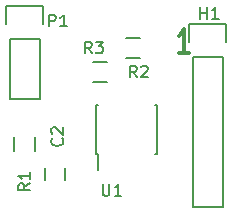
<source format=gto>
G04 #@! TF.FileFunction,Legend,Top*
%FSLAX46Y46*%
G04 Gerber Fmt 4.6, Leading zero omitted, Abs format (unit mm)*
G04 Created by KiCad (PCBNEW 4.0.1-stable) date 2/14/2016 2:05:54 PM*
%MOMM*%
G01*
G04 APERTURE LIST*
%ADD10C,0.150000*%
%ADD11C,0.304800*%
G04 APERTURE END LIST*
D10*
D11*
X56569429Y-38003238D02*
X55698572Y-38003238D01*
X56134000Y-38003238D02*
X56134000Y-35971238D01*
X55988857Y-36261524D01*
X55843715Y-36455048D01*
X55698572Y-36551810D01*
D10*
X41797000Y-46320000D02*
X41797000Y-45120000D01*
X43547000Y-45120000D02*
X43547000Y-46320000D01*
X49622000Y-40499000D02*
X48422000Y-40499000D01*
X48422000Y-38749000D02*
X49622000Y-38749000D01*
X52416000Y-38467000D02*
X51216000Y-38467000D01*
X51216000Y-36717000D02*
X52416000Y-36717000D01*
X48733000Y-46525000D02*
X48878000Y-46525000D01*
X48733000Y-42375000D02*
X48878000Y-42375000D01*
X53883000Y-42375000D02*
X53738000Y-42375000D01*
X53883000Y-46525000D02*
X53738000Y-46525000D01*
X48733000Y-46525000D02*
X48733000Y-42375000D01*
X53883000Y-46525000D02*
X53883000Y-42375000D01*
X48878000Y-46525000D02*
X48878000Y-47925000D01*
X46062000Y-48760000D02*
X46062000Y-47760000D01*
X44362000Y-47760000D02*
X44362000Y-48760000D01*
X59436000Y-38354000D02*
X59436000Y-51054000D01*
X59436000Y-51054000D02*
X56896000Y-51054000D01*
X56896000Y-51054000D02*
X56896000Y-38354000D01*
X59716000Y-35534000D02*
X59716000Y-37084000D01*
X59436000Y-38354000D02*
X56896000Y-38354000D01*
X56616000Y-37084000D02*
X56616000Y-35534000D01*
X56616000Y-35534000D02*
X59716000Y-35534000D01*
X41402000Y-36830000D02*
X41402000Y-41910000D01*
X41402000Y-41910000D02*
X43942000Y-41910000D01*
X43942000Y-41910000D02*
X43942000Y-36830000D01*
X44222000Y-34010000D02*
X44222000Y-35560000D01*
X43942000Y-36830000D02*
X41402000Y-36830000D01*
X41122000Y-35560000D02*
X41122000Y-34010000D01*
X41122000Y-34010000D02*
X44222000Y-34010000D01*
X43124381Y-49061666D02*
X42648190Y-49395000D01*
X43124381Y-49633095D02*
X42124381Y-49633095D01*
X42124381Y-49252142D01*
X42172000Y-49156904D01*
X42219619Y-49109285D01*
X42314857Y-49061666D01*
X42457714Y-49061666D01*
X42552952Y-49109285D01*
X42600571Y-49156904D01*
X42648190Y-49252142D01*
X42648190Y-49633095D01*
X43124381Y-48109285D02*
X43124381Y-48680714D01*
X43124381Y-48395000D02*
X42124381Y-48395000D01*
X42267238Y-48490238D01*
X42362476Y-48585476D01*
X42410095Y-48680714D01*
X52157334Y-40076381D02*
X51824000Y-39600190D01*
X51585905Y-40076381D02*
X51585905Y-39076381D01*
X51966858Y-39076381D01*
X52062096Y-39124000D01*
X52109715Y-39171619D01*
X52157334Y-39266857D01*
X52157334Y-39409714D01*
X52109715Y-39504952D01*
X52062096Y-39552571D01*
X51966858Y-39600190D01*
X51585905Y-39600190D01*
X52538286Y-39171619D02*
X52585905Y-39124000D01*
X52681143Y-39076381D01*
X52919239Y-39076381D01*
X53014477Y-39124000D01*
X53062096Y-39171619D01*
X53109715Y-39266857D01*
X53109715Y-39362095D01*
X53062096Y-39504952D01*
X52490667Y-40076381D01*
X53109715Y-40076381D01*
X48347334Y-38044381D02*
X48014000Y-37568190D01*
X47775905Y-38044381D02*
X47775905Y-37044381D01*
X48156858Y-37044381D01*
X48252096Y-37092000D01*
X48299715Y-37139619D01*
X48347334Y-37234857D01*
X48347334Y-37377714D01*
X48299715Y-37472952D01*
X48252096Y-37520571D01*
X48156858Y-37568190D01*
X47775905Y-37568190D01*
X48680667Y-37044381D02*
X49299715Y-37044381D01*
X48966381Y-37425333D01*
X49109239Y-37425333D01*
X49204477Y-37472952D01*
X49252096Y-37520571D01*
X49299715Y-37615810D01*
X49299715Y-37853905D01*
X49252096Y-37949143D01*
X49204477Y-37996762D01*
X49109239Y-38044381D01*
X48823524Y-38044381D01*
X48728286Y-37996762D01*
X48680667Y-37949143D01*
X49276095Y-49109381D02*
X49276095Y-49918905D01*
X49323714Y-50014143D01*
X49371333Y-50061762D01*
X49466571Y-50109381D01*
X49657048Y-50109381D01*
X49752286Y-50061762D01*
X49799905Y-50014143D01*
X49847524Y-49918905D01*
X49847524Y-49109381D01*
X50847524Y-50109381D02*
X50276095Y-50109381D01*
X50561809Y-50109381D02*
X50561809Y-49109381D01*
X50466571Y-49252238D01*
X50371333Y-49347476D01*
X50276095Y-49395095D01*
X45823143Y-45251666D02*
X45870762Y-45299285D01*
X45918381Y-45442142D01*
X45918381Y-45537380D01*
X45870762Y-45680238D01*
X45775524Y-45775476D01*
X45680286Y-45823095D01*
X45489810Y-45870714D01*
X45346952Y-45870714D01*
X45156476Y-45823095D01*
X45061238Y-45775476D01*
X44966000Y-45680238D01*
X44918381Y-45537380D01*
X44918381Y-45442142D01*
X44966000Y-45299285D01*
X45013619Y-45251666D01*
X45013619Y-44870714D02*
X44966000Y-44823095D01*
X44918381Y-44727857D01*
X44918381Y-44489761D01*
X44966000Y-44394523D01*
X45013619Y-44346904D01*
X45108857Y-44299285D01*
X45204095Y-44299285D01*
X45346952Y-44346904D01*
X45918381Y-44918333D01*
X45918381Y-44299285D01*
X57531095Y-35123381D02*
X57531095Y-34123381D01*
X57531095Y-34599571D02*
X58102524Y-34599571D01*
X58102524Y-35123381D02*
X58102524Y-34123381D01*
X59102524Y-35123381D02*
X58531095Y-35123381D01*
X58816809Y-35123381D02*
X58816809Y-34123381D01*
X58721571Y-34266238D01*
X58626333Y-34361476D01*
X58531095Y-34409095D01*
X44727905Y-35758381D02*
X44727905Y-34758381D01*
X45108858Y-34758381D01*
X45204096Y-34806000D01*
X45251715Y-34853619D01*
X45299334Y-34948857D01*
X45299334Y-35091714D01*
X45251715Y-35186952D01*
X45204096Y-35234571D01*
X45108858Y-35282190D01*
X44727905Y-35282190D01*
X46251715Y-35758381D02*
X45680286Y-35758381D01*
X45966000Y-35758381D02*
X45966000Y-34758381D01*
X45870762Y-34901238D01*
X45775524Y-34996476D01*
X45680286Y-35044095D01*
M02*

</source>
